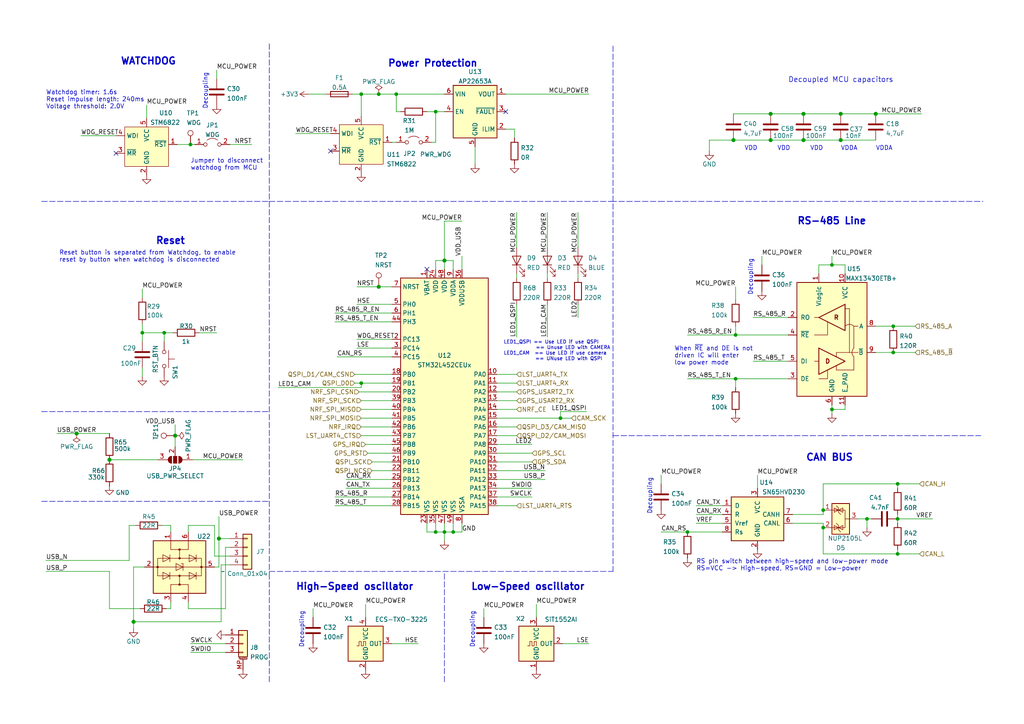
<source format=kicad_sch>
(kicad_sch (version 20211123) (generator eeschema)
  (paper "A4")
  (lib_symbols
    (symbol "Connector:TestPoint" (pin_numbers hide) (pin_names (offset 0.762) hide)
      (property "Reference" "TP" (at 0 6.858 0))
      (property "Value" "TestPoint" (at 0 5.08 0))
      (symbol "TestPoint_1_1"
        (pin passive line (at 0 0 90) (length 2.54) (name "1") (number "1"))
      )
    )
    (symbol "Connector_Generic:Conn_01x04" (pin_names (offset 1.016) hide)
      (property "Reference" "J" (at 0 5.08 0))
      (property "Value" "Conn_01x04" (at 0 -7.62 0))
      (symbol "Conn_01x04_1_1"
        (pin passive line (at -5.08 2.54 0) (length 3.81) (name "Pin_1") (number "1"))
        (pin passive line (at -5.08 0 0) (length 3.81) (name "Pin_2") (number "2"))
        (pin passive line (at -5.08 -2.54 0) (length 3.81) (name "Pin_3") (number "3"))
        (pin passive line (at -5.08 -5.08 0) (length 3.81) (name "Pin_4") (number "4"))
      )
    )
    (symbol "Connector_Generic_MountingPin:Conn_01x03_MountingPin" (pin_names (offset 1.016) hide)
      (property "Reference" "J" (at 0 5.08 0))
      (property "Value" "Conn_01x03_MountingPin" (at 1.27 -5.08 0))
      (symbol "Conn_01x03_MountingPin_1_1"
        (text "Mounting" (at 0 -4.191 0) (effects (font (size 0.381 0.381))))
        (pin passive line (at -5.08 2.54 0) (length 3.81) (name "Pin_1") (number "1"))
        (pin passive line (at -5.08 0 0) (length 3.81) (name "Pin_2") (number "2"))
        (pin passive line (at -5.08 -2.54 0) (length 3.81) (name "Pin_3") (number "3"))
        (pin passive line (at 0 -7.62 90) (length 3.048) (name "MountPin") (number "MP"))
      )
    )
    (symbol "Device:C" (pin_numbers hide) (pin_names (offset 0.254))
      (property "Reference" "C" (at 0.635 2.54 0))
      (property "Value" "C" (at 0.635 -2.54 0))
      (symbol "C_1_1"
        (pin passive line (at 0 3.81 270) (length 2.794) (name "~") (number "1"))
        (pin passive line (at 0 -3.81 90) (length 2.794) (name "~") (number "2"))
      )
    )
    (symbol "Device:Fuse" (pin_numbers hide) (pin_names (offset 0))
      (property "Reference" "F" (at 2.032 0 90))
      (property "Value" "Fuse" (at -1.905 0 90))
      (symbol "Fuse_1_1"
        (pin passive line (at 0 3.81 270) (length 1.27) (name "~") (number "1"))
        (pin passive line (at 0 -3.81 90) (length 1.27) (name "~") (number "2"))
      )
    )
    (symbol "Device:LED" (pin_numbers hide) (pin_names (offset 1.016) hide)
      (property "Reference" "D" (at 0 2.54 0))
      (property "Value" "LED" (at 0 -2.54 0))
      (symbol "LED_1_1"
        (pin passive line (at -3.81 0 0) (length 2.54) (name "K") (number "1"))
        (pin passive line (at 3.81 0 180) (length 2.54) (name "A") (number "2"))
      )
    )
    (symbol "Device:R" (pin_numbers hide) (pin_names (offset 0))
      (property "Reference" "R" (at 2.032 0 90))
      (property "Value" "R" (at 0 0 90))
      (symbol "R_1_1"
        (pin passive line (at 0 3.81 270) (length 1.27) (name "~") (number "1"))
        (pin passive line (at 0 -3.81 90) (length 1.27) (name "~") (number "2"))
      )
    )
    (symbol "Interface_CAN_LIN:SN65HVD230" (pin_names (offset 1.016))
      (property "Reference" "U" (at -2.54 10.16 0))
      (property "Value" "SN65HVD230" (at -2.54 7.62 0))
      (symbol "SN65HVD230_1_1"
        (pin input line (at -10.16 2.54 0) (length 2.54) (name "D") (number "1"))
        (pin power_in line (at 0 -10.16 90) (length 2.54) (name "GND") (number "2"))
        (pin power_in line (at 0 7.62 270) (length 2.54) (name "VCC") (number "3"))
        (pin output line (at -10.16 0 0) (length 2.54) (name "R") (number "4"))
        (pin output line (at -10.16 -2.54 0) (length 2.54) (name "Vref") (number "5"))
        (pin bidirectional line (at 10.16 -2.54 180) (length 2.54) (name "CANL") (number "6"))
        (pin bidirectional line (at 10.16 0 180) (length 2.54) (name "CANH") (number "7"))
        (pin input line (at -10.16 -5.08 0) (length 2.54) (name "Rs") (number "8"))
      )
    )
    (symbol "Jumper:Jumper_2_Open" (pin_names (offset 0) hide)
      (property "Reference" "JP" (at 0 2.794 0))
      (property "Value" "Jumper_2_Open" (at 0 -2.286 0))
      (symbol "Jumper_2_Open_1_1"
        (pin passive line (at -5.08 0 0) (length 2.54) (name "A") (number "1"))
        (pin passive line (at 5.08 0 180) (length 2.54) (name "B") (number "2"))
      )
    )
    (symbol "Jumper:SolderJumper_3_Open" (pin_names (offset 0) hide)
      (property "Reference" "JP" (at -2.54 -2.54 0))
      (property "Value" "SolderJumper_3_Open" (at 0 2.794 0))
      (symbol "SolderJumper_3_Open_1_1"
        (pin passive line (at -5.08 0 0) (length 2.54) (name "A") (number "1"))
        (pin input line (at 0 -3.81 90) (length 2.54) (name "C") (number "2"))
        (pin passive line (at 5.08 0 180) (length 2.54) (name "B") (number "3"))
      )
    )
    (symbol "MCU_ST_STM32L4:STM32L452CEUx"
      (property "Reference" "U" (at -12.7 34.29 0))
      (property "Value" "STM32L452CEUx" (at 7.62 34.29 0))
      (symbol "STM32L452CEUx_1_1"
        (pin power_in line (at -5.08 35.56 270) (length 2.54) (name "VBAT") (number "1"))
        (pin bidirectional line (at 15.24 5.08 180) (length 2.54) (name "PA0") (number "10"))
        (pin bidirectional line (at 15.24 2.54 180) (length 2.54) (name "PA1") (number "11"))
        (pin bidirectional line (at 15.24 0 180) (length 2.54) (name "PA2") (number "12"))
        (pin bidirectional line (at 15.24 -2.54 180) (length 2.54) (name "PA3") (number "13"))
        (pin bidirectional line (at 15.24 -5.08 180) (length 2.54) (name "PA4") (number "14"))
        (pin bidirectional line (at 15.24 -7.62 180) (length 2.54) (name "PA5") (number "15"))
        (pin bidirectional line (at 15.24 -10.16 180) (length 2.54) (name "PA6") (number "16"))
        (pin bidirectional line (at 15.24 -12.7 180) (length 2.54) (name "PA7") (number "17"))
        (pin bidirectional line (at -15.24 5.08 0) (length 2.54) (name "PB0") (number "18"))
        (pin bidirectional line (at -15.24 2.54 0) (length 2.54) (name "PB1") (number "19"))
        (pin bidirectional line (at -15.24 15.24 0) (length 2.54) (name "PC13") (number "2"))
        (pin bidirectional line (at -15.24 0 0) (length 2.54) (name "PB2") (number "20"))
        (pin bidirectional line (at -15.24 -20.32 0) (length 2.54) (name "PB10") (number "21"))
        (pin bidirectional line (at -15.24 -22.86 0) (length 2.54) (name "PB11") (number "22"))
        (pin power_in line (at -5.08 -38.1 90) (length 2.54) (name "VSS") (number "23"))
        (pin power_in line (at -2.54 35.56 270) (length 2.54) (name "VDD") (number "24"))
        (pin bidirectional line (at -15.24 -25.4 0) (length 2.54) (name "PB12") (number "25"))
        (pin bidirectional line (at -15.24 -27.94 0) (length 2.54) (name "PB13") (number "26"))
        (pin bidirectional line (at -15.24 -30.48 0) (length 2.54) (name "PB14") (number "27"))
        (pin bidirectional line (at -15.24 -33.02 0) (length 2.54) (name "PB15") (number "28"))
        (pin bidirectional line (at 15.24 -15.24 180) (length 2.54) (name "PA8") (number "29"))
        (pin bidirectional line (at -15.24 12.7 0) (length 2.54) (name "PC14") (number "3"))
        (pin bidirectional line (at 15.24 -17.78 180) (length 2.54) (name "PA9") (number "30"))
        (pin bidirectional line (at 15.24 -20.32 180) (length 2.54) (name "PA10") (number "31"))
        (pin bidirectional line (at 15.24 -22.86 180) (length 2.54) (name "PA11") (number "32"))
        (pin bidirectional line (at 15.24 -25.4 180) (length 2.54) (name "PA12") (number "33"))
        (pin bidirectional line (at 15.24 -27.94 180) (length 2.54) (name "PA13") (number "34"))
        (pin power_in line (at -2.54 -38.1 90) (length 2.54) (name "VSS") (number "35"))
        (pin power_in line (at 5.08 35.56 270) (length 2.54) (name "VDDUSB") (number "36"))
        (pin bidirectional line (at 15.24 -30.48 180) (length 2.54) (name "PA14") (number "37"))
        (pin bidirectional line (at 15.24 -33.02 180) (length 2.54) (name "PA15") (number "38"))
        (pin bidirectional line (at -15.24 -2.54 0) (length 2.54) (name "PB3") (number "39"))
        (pin bidirectional line (at -15.24 10.16 0) (length 2.54) (name "PC15") (number "4"))
        (pin bidirectional line (at -15.24 -5.08 0) (length 2.54) (name "PB4") (number "40"))
        (pin bidirectional line (at -15.24 -7.62 0) (length 2.54) (name "PB5") (number "41"))
        (pin bidirectional line (at -15.24 -10.16 0) (length 2.54) (name "PB6") (number "42"))
        (pin bidirectional line (at -15.24 -12.7 0) (length 2.54) (name "PB7") (number "43"))
        (pin bidirectional line (at -15.24 20.32 0) (length 2.54) (name "PH3") (number "44"))
        (pin bidirectional line (at -15.24 -15.24 0) (length 2.54) (name "PB8") (number "45"))
        (pin bidirectional line (at -15.24 -17.78 0) (length 2.54) (name "PB9") (number "46"))
        (pin power_in line (at 0 -38.1 90) (length 2.54) (name "VSS") (number "47"))
        (pin power_in line (at 0 35.56 270) (length 2.54) (name "VDD") (number "48"))
        (pin power_in line (at 2.54 -38.1 90) (length 2.54) (name "VSS") (number "49"))
        (pin input line (at -15.24 25.4 0) (length 2.54) (name "PH0") (number "5"))
        (pin input line (at -15.24 22.86 0) (length 2.54) (name "PH1") (number "6"))
        (pin input line (at -15.24 30.48 0) (length 2.54) (name "NRST") (number "7"))
        (pin power_in line (at 5.08 -38.1 90) (length 2.54) (name "VSSA") (number "8"))
        (pin power_in line (at 2.54 35.56 270) (length 2.54) (name "VDDA") (number "9"))
      )
    )
    (symbol "Power_Protection:NUP2105L" (pin_names hide)
      (property "Reference" "D" (at 5.715 2.54 0))
      (property "Value" "NUP2105L" (at 5.715 0.635 0))
      (symbol "NUP2105L_0_0"
        (pin passive line (at 0 -5.08 90) (length 2.54) (name "A") (number "3"))
      )
      (symbol "NUP2105L_1_1"
        (pin passive line (at -2.54 5.08 270) (length 2.54) (name "K") (number "1"))
        (pin passive line (at 2.54 5.08 270) (length 2.54) (name "K") (number "2"))
      )
    )
    (symbol "Power_Protection:USBLC6-2P6" (pin_names hide)
      (property "Reference" "U" (at 2.54 8.89 0))
      (property "Value" "USBLC6-2P6" (at 2.54 -8.89 0))
      (symbol "USBLC6-2P6_1_1"
        (pin passive line (at -10.16 -2.54 0) (length 2.54) (name "I/O1") (number "1"))
        (pin passive line (at 0 -10.16 90) (length 2.54) (name "GND") (number "2"))
        (pin passive line (at 10.16 -2.54 180) (length 2.54) (name "I/O2") (number "3"))
        (pin passive line (at 10.16 2.54 180) (length 2.54) (name "I/O2") (number "4"))
        (pin passive line (at 0 10.16 270) (length 2.54) (name "VBUS") (number "5"))
        (pin passive line (at -10.16 2.54 0) (length 2.54) (name "I/O1") (number "6"))
      )
    )
    (symbol "Switch:SW_Push" (pin_numbers hide) (pin_names (offset 1.016) hide)
      (property "Reference" "SW" (at 1.27 2.54 0))
      (property "Value" "SW_Push" (at 0 -1.524 0))
      (symbol "SW_Push_0_1"
        (pin passive line (at -5.08 0 0) (length 2.54) (name "1") (number "1"))
        (pin passive line (at 5.08 0 180) (length 2.54) (name "2") (number "2"))
      )
    )
    (symbol "TCY_IC:MAX13430ETB+" (pin_names (offset 1.016))
      (property "Reference" "U" (at -10.16 19.05 0))
      (property "Value" "MAX13430ETB+" (at 5.08 19.05 0))
      (symbol "MAX13430ETB+_0_0"
        (text "D" (at -1.27 -5.08 0) (effects (font (size 1.27 1.27) bold)))
        (text "R" (at 1.27 7.62 0) (effects (font (size 1.27 1.27) bold)))
      )
      (symbol "MAX13430ETB+_1_1"
        (pin power_in line (at -3.81 20.32 270) (length 2.54) (name "Vlogic") (number "1"))
        (pin power_in line (at 3.81 20.32 270) (length 2.54) (name "VCC") (number "10"))
        (pin power_in line (at 3.81 -17.78 90) (length 2.54) (name "E_PAD") (number "11"))
        (pin output line (at -12.7 7.62 0) (length 2.54) (name "RO") (number "2"))
        (pin input line (at -12.7 -10.16 0) (length 2.54) (name "DE") (number "3"))
        (pin input line (at -12.7 2.54 0) (length 2.54) (name "~{RE}") (number "4"))
        (pin input line (at -12.7 -5.08 0) (length 2.54) (name "DI") (number "5"))
        (pin power_in line (at 0 -17.78 90) (length 2.54) (name "GND") (number "6"))
        (pin no_connect line (at 10.16 1.27 180) (length 2.54) hide (name "NC") (number "7"))
        (pin input line (at 12.7 5.08 180) (length 2.54) (name "A") (number "8"))
        (pin input line (at 12.7 -2.54 180) (length 2.54) (name "~{B}") (number "9"))
      )
    )
    (symbol "TCY_IC:STM6822"
      (property "Reference" "U" (at 6.35 13.97 0))
      (property "Value" "STM6822" (at 6.35 16.51 0))
      (symbol "STM6822_1_1"
        (pin open_collector line (at 8.89 6.35 180) (length 2.54) (name "~{RST}") (number "1"))
        (pin passive line (at 0 -2.54 90) (length 2.54) (name "GND") (number "2"))
        (pin input line (at -8.89 3.81 0) (length 2.54) (name "~{MR}") (number "3"))
        (pin input line (at -8.89 8.89 0) (length 2.54) (name "WDI") (number "4"))
        (pin power_in line (at 0 13.97 270) (length 2.54) (name "VCC") (number "5"))
      )
    )
    (symbol "TCY_ocillators:ECS-TXO-3225" (pin_names (offset 0.254))
      (property "Reference" "X" (at -6.35 6.35 0))
      (property "Value" "ECS-TXO-3225" (at 1.27 6.35 0))
      (symbol "ECS-TXO-3225_1_1"
        (pin no_connect line (at -7.62 0 0) (length 2.54) hide (name "NC") (number "1"))
        (pin power_in line (at 0 -7.62 90) (length 2.54) (name "GND") (number "2"))
        (pin output line (at 7.62 0 180) (length 2.54) (name "OUT") (number "3"))
        (pin power_in line (at 0 7.62 270) (length 2.54) (name "VCC") (number "4"))
      )
    )
    (symbol "TCY_ocillators:SiT1552AI" (pin_names (offset 0.254))
      (property "Reference" "X" (at -6.35 6.35 0))
      (property "Value" "SiT1552AI" (at 1.27 6.35 0))
      (symbol "SiT1552AI_1_1"
        (pin power_in line (at 0 -7.62 90) (length 2.54) (name "GND") (number "1"))
        (pin output line (at 7.62 0 180) (length 2.54) (name "OUT") (number "2"))
        (pin power_in line (at 0 7.62 270) (length 2.54) (name "VCC") (number "3"))
        (pin power_in line (at 0 -7.62 90) (length 2.54) hide (name "GND") (number "4"))
      )
    )
    (symbol "TCY_power_management:AP22653"
      (property "Reference" "U" (at 8.89 7.62 0))
      (property "Value" "AP22653" (at 0 7.62 0))
      (symbol "AP22653_1_1"
        (pin power_out line (at 8.89 2.54 180) (length 2.54) (name "VOUT") (number "1"))
        (pin passive line (at 8.89 -7.62 180) (length 2.54) (name "ILIM") (number "2"))
        (pin output line (at 8.89 -2.54 180) (length 2.54) (name "~{FAULT}") (number "3"))
        (pin input line (at -8.89 -2.54 0) (length 2.54) (name "EN") (number "4"))
        (pin passive line (at 0 -12.7 90) (length 2.54) (name "GND") (number "5"))
        (pin power_in line (at -8.89 2.54 0) (length 2.54) (name "VIN") (number "6"))
        (pin passive line (at 0 -12.7 90) (length 2.54) hide (name "E_PAD") (number "7"))
      )
    )
    (symbol "power:+3V3" (power) (pin_names (offset 0))
      (property "Value" "+3V3" (at 0 3.556 0))
      (symbol "+3V3_1_1"
        (pin power_in line (at 0 0 90) (length 0) hide (name "+3V3") (number "1"))
      )
    )
    (symbol "power:GND" (power) (pin_names (offset 0))
      (property "Value" "GND" (at 0 -3.81 0))
      (symbol "GND_1_1"
        (pin power_in line (at 0 0 270) (length 0) hide (name "GND") (number "1"))
      )
    )
    (symbol "power:PWR_FLAG" (power) (pin_numbers hide) (pin_names (offset 0) hide)
      (property "Value" "PWR_FLAG" (at 0 3.81 0))
      (symbol "PWR_FLAG_0_0"
        (pin power_out line (at 0 0 90) (length 0) (name "pwr") (number "1"))
      )
    )
  )
  (junction (at 241.3 118.745) (diameter 0.9144))
  (junction (at 254 33.02) (diameter 1.016))
  (junction (at 38.735 180.34) (diameter 1.016))
  (junction (at 241.3 76.835) (diameter 0.9144))
  (junction (at 22.225 125.73) (diameter 1.016))
  (junction (at 260.35 150.495) (diameter 0.9144))
  (junction (at 251.46 150.495) (diameter 0.9144))
  (junction (at 238.76 153.035) (diameter 0.9144))
  (junction (at 223.52 33.02) (diameter 1.016))
  (junction (at 128.905 154.305) (diameter 0.9144))
  (junction (at 47.625 96.52) (diameter 0.9144))
  (junction (at 126.365 32.385) (diameter 0.9144))
  (junction (at 109.855 27.305) (diameter 0.9144))
  (junction (at 212.725 40.64) (diameter 1.016))
  (junction (at 126.365 154.305) (diameter 0.9144))
  (junction (at 104.775 27.305) (diameter 0.9144))
  (junction (at 260.35 160.655) (diameter 0.9144))
  (junction (at 50.8 126.365) (diameter 1.016))
  (junction (at 63.5 156.21) (diameter 1.016))
  (junction (at 243.84 33.02) (diameter 1.016))
  (junction (at 259.08 94.615) (diameter 0.9144))
  (junction (at 233.045 40.64) (diameter 1.016))
  (junction (at 233.045 33.02) (diameter 1.016))
  (junction (at 104.775 111.125))
  (junction (at 162.56 121.285))
  (junction (at 213.36 97.155) (diameter 0.9144))
  (junction (at 114.935 27.305) (diameter 0.9144))
  (junction (at 223.52 40.64) (diameter 1.016))
  (junction (at 238.76 147.955) (diameter 0.9144))
  (junction (at 31.75 133.35) (diameter 1.016))
  (junction (at 131.445 154.305) (diameter 0.9144))
  (junction (at 109.855 83.185) (diameter 1.016))
  (junction (at 260.35 140.335) (diameter 0.9144))
  (junction (at 259.08 102.235) (diameter 0.9144))
  (junction (at 55.245 41.91) (diameter 0.9144))
  (junction (at 199.39 154.305) (diameter 0.9144))
  (junction (at 243.84 40.64) (diameter 1.016))
  (junction (at 128.905 75.565) (diameter 1.016))
  (junction (at 213.36 109.855) (diameter 0.9144))
  (junction (at 41.275 96.52) (diameter 0.9144))
  (no_connect (at 95.885 43.815))
  (no_connect (at 146.685 32.385))
  (no_connect (at 33.655 44.45))
  (no_connect (at 123.825 78.105))
  (wire (pts (xy 144.145 128.905) (xy 154.305 128.905)))
  (wire (pts (xy 213.36 94.615) (xy 213.36 97.155)))
  (wire (pts (xy 47.625 96.52) (xy 50.165 96.52)))
  (wire (pts (xy 89.535 27.305) (xy 94.615 27.305)))
  (wire (pts (xy 102.87 111.125) (xy 104.775 111.125)))
  (wire (pts (xy 241.3 76.835) (xy 241.3 74.295)))
  (wire (pts (xy 260.35 140.335) (xy 238.76 140.335)))
  (polyline (pts (xy 78.105 58.42) (xy 177.165 58.42)) (stroke (width 0) (type dash)))
  (wire (pts (xy 50.8 123.19) (xy 50.8 126.365)))
  (wire (pts (xy 50.8 126.365) (xy 50.8 129.54)))
  (wire (pts (xy 103.505 88.265) (xy 113.665 88.265)))
  (wire (pts (xy 259.08 94.615) (xy 265.43 94.615)))
  (wire (pts (xy 123.825 154.305) (xy 123.825 151.765)))
  (wire (pts (xy 229.87 149.225) (xy 238.76 149.225)))
  (polyline (pts (xy 177.8 126.365) (xy 284.48 126.365)) (stroke (width 0) (type dash)))
  (polyline (pts (xy 78.105 166.37) (xy 78.105 198.12)) (stroke (width 0) (type dash)))
  (wire (pts (xy 13.335 165.735) (xy 31.75 165.735)))
  (wire (pts (xy 31.75 165.735) (xy 31.75 176.53)))
  (wire (pts (xy 260.35 159.385) (xy 260.35 160.655)))
  (wire (pts (xy 241.3 117.475) (xy 241.3 118.745)))
  (wire (pts (xy 104.775 118.745) (xy 113.665 118.745)))
  (wire (pts (xy 167.64 88.265) (xy 167.64 92.075)))
  (wire (pts (xy 104.775 116.205) (xy 113.665 116.205)))
  (wire (pts (xy 238.76 149.225) (xy 238.76 147.955)))
  (polyline (pts (xy 12.065 119.38) (xy 78.105 119.38)) (stroke (width 0) (type dash)))
  (wire (pts (xy 42.545 30.48) (xy 42.545 34.29)))
  (wire (pts (xy 201.93 151.765) (xy 209.55 151.765)))
  (wire (pts (xy 80.645 112.395) (xy 104.775 112.395)))
  (wire (pts (xy 113.665 41.275) (xy 114.935 41.275)))
  (wire (pts (xy 144.145 113.665) (xy 149.86 113.665)))
  (wire (pts (xy 31.75 176.53) (xy 40.64 176.53)))
  (polyline (pts (xy 78.105 12.7) (xy 78.105 166.37)) (stroke (width 0) (type dash)))
  (wire (pts (xy 162.56 119.38) (xy 162.56 121.285)))
  (wire (pts (xy 146.685 27.305) (xy 170.815 27.305)))
  (wire (pts (xy 199.39 154.305) (xy 209.55 154.305)))
  (wire (pts (xy 266.7 160.655) (xy 260.35 160.655)))
  (wire (pts (xy 213.36 109.855) (xy 228.6 109.855)))
  (wire (pts (xy 223.52 33.02) (xy 233.045 33.02)))
  (wire (pts (xy 233.045 33.02) (xy 243.84 33.02)))
  (wire (pts (xy 49.53 154.305) (xy 49.53 152.4)))
  (polyline (pts (xy 78.105 165.735) (xy 177.8 165.735)) (stroke (width 0) (type dash)))
  (wire (pts (xy 114.935 27.305) (xy 114.935 32.385)))
  (wire (pts (xy 213.36 97.155) (xy 228.6 97.155)))
  (wire (pts (xy 213.36 83.185) (xy 213.36 86.995)))
  (wire (pts (xy 167.64 79.375) (xy 167.64 80.645)))
  (wire (pts (xy 137.795 42.545) (xy 137.795 47.625)))
  (wire (pts (xy 126.365 32.385) (xy 128.905 32.385)))
  (wire (pts (xy 162.56 121.285) (xy 165.735 121.285)))
  (wire (pts (xy 245.11 76.835) (xy 241.3 76.835)))
  (wire (pts (xy 128.905 64.135) (xy 133.985 64.135)))
  (wire (pts (xy 66.675 41.91) (xy 73.025 41.91)))
  (wire (pts (xy 38.735 180.34) (xy 38.735 164.465)))
  (wire (pts (xy 254 33.02) (xy 267.335 33.02)))
  (wire (pts (xy 212.725 33.02) (xy 223.52 33.02)))
  (wire (pts (xy 163.195 186.69) (xy 170.815 186.69)))
  (polyline (pts (xy 12.065 145.415) (xy 78.105 145.415)) (stroke (width 0) (type dash)))
  (wire (pts (xy 104.775 121.285) (xy 113.665 121.285)))
  (wire (pts (xy 57.785 96.52) (xy 62.865 96.52)))
  (wire (pts (xy 126.365 75.565) (xy 128.905 75.565)))
  (wire (pts (xy 104.775 111.125) (xy 104.775 112.395)))
  (wire (pts (xy 245.11 118.745) (xy 241.3 118.745)))
  (wire (pts (xy 218.44 92.075) (xy 228.6 92.075)))
  (wire (pts (xy 229.87 151.765) (xy 238.76 151.765)))
  (wire (pts (xy 41.275 106.68) (xy 41.275 109.22)))
  (wire (pts (xy 54.61 174.625) (xy 54.61 176.53)))
  (wire (pts (xy 54.61 176.53) (xy 65.405 176.53)))
  (polyline (pts (xy 191.135 58.42) (xy 285.115 58.42)) (stroke (width 0) (type dash)))
  (wire (pts (xy 102.235 27.305) (xy 104.775 27.305)))
  (wire (pts (xy 109.855 83.185) (xy 113.665 83.185)))
  (wire (pts (xy 167.64 61.595) (xy 167.64 71.755)))
  (wire (pts (xy 191.77 137.795) (xy 191.77 140.335)))
  (wire (pts (xy 260.35 150.495) (xy 270.51 150.495)))
  (wire (pts (xy 254 102.235) (xy 259.08 102.235)))
  (wire (pts (xy 144.145 111.125) (xy 149.86 111.125)))
  (wire (pts (xy 131.445 154.305) (xy 133.985 154.305)))
  (wire (pts (xy 65.405 186.69) (xy 55.245 186.69)))
  (polyline (pts (xy 177.165 58.42) (xy 191.135 58.42)) (stroke (width 0) (type dash)))
  (wire (pts (xy 47.625 96.52) (xy 47.625 99.06)))
  (wire (pts (xy 113.665 133.985) (xy 107.95 133.985)))
  (wire (pts (xy 259.08 102.235) (xy 265.43 102.235)))
  (wire (pts (xy 254 94.615) (xy 259.08 94.615)))
  (wire (pts (xy 90.805 176.53) (xy 90.805 179.07)))
  (wire (pts (xy 128.905 75.565) (xy 131.445 75.565)))
  (polyline (pts (xy 12.065 58.42) (xy 78.105 58.42)) (stroke (width 0) (type dash)))
  (wire (pts (xy 248.92 150.495) (xy 251.46 150.495)))
  (wire (pts (xy 144.145 139.065) (xy 158.115 139.065)))
  (wire (pts (xy 128.905 154.305) (xy 131.445 154.305)))
  (wire (pts (xy 233.045 40.64) (xy 243.84 40.64)))
  (wire (pts (xy 243.84 40.64) (xy 254 40.64)))
  (wire (pts (xy 201.93 149.225) (xy 209.55 149.225)))
  (wire (pts (xy 38.735 164.465) (xy 41.91 164.465)))
  (wire (pts (xy 106.045 175.26) (xy 106.045 179.07)))
  (wire (pts (xy 104.775 123.825) (xy 113.665 123.825)))
  (wire (pts (xy 199.39 109.855) (xy 213.36 109.855)))
  (wire (pts (xy 106.045 128.905) (xy 113.665 128.905)))
  (wire (pts (xy 219.71 137.795) (xy 219.71 141.605)))
  (wire (pts (xy 144.145 108.585) (xy 149.86 108.585)))
  (wire (pts (xy 41.275 93.98) (xy 41.275 96.52)))
  (wire (pts (xy 128.905 154.305) (xy 126.365 154.305)))
  (wire (pts (xy 251.46 150.495) (xy 252.73 150.495)))
  (wire (pts (xy 245.11 117.475) (xy 245.11 118.745)))
  (wire (pts (xy 104.775 27.305) (xy 109.855 27.305)))
  (polyline (pts (xy 177.8 13.335) (xy 177.8 165.735)) (stroke (width 0) (type dash)))
  (wire (pts (xy 85.725 38.735) (xy 95.885 38.735)))
  (wire (pts (xy 16.51 125.73) (xy 22.225 125.73)))
  (wire (pts (xy 22.225 125.73) (xy 31.75 125.73)))
  (wire (pts (xy 238.76 151.765) (xy 238.76 153.035)))
  (wire (pts (xy 155.575 175.26) (xy 155.575 179.07)))
  (wire (pts (xy 97.155 90.805) (xy 113.665 90.805)))
  (wire (pts (xy 126.365 154.305) (xy 123.825 154.305)))
  (wire (pts (xy 13.335 162.56) (xy 37.465 162.56)))
  (wire (pts (xy 37.465 152.4) (xy 37.465 162.56)))
  (wire (pts (xy 39.37 152.4) (xy 37.465 152.4)))
  (wire (pts (xy 62.23 164.465) (xy 63.5 164.465)))
  (wire (pts (xy 63.5 149.86) (xy 63.5 156.21)))
  (wire (pts (xy 63.5 156.21) (xy 63.5 164.465)))
  (wire (pts (xy 149.86 79.375) (xy 149.86 80.645)))
  (wire (pts (xy 205.74 40.64) (xy 212.725 40.64)))
  (wire (pts (xy 205.74 43.815) (xy 205.74 40.64)))
  (wire (pts (xy 212.725 40.64) (xy 223.52 40.64)))
  (wire (pts (xy 223.52 40.64) (xy 233.045 40.64)))
  (wire (pts (xy 128.905 151.765) (xy 128.905 154.305)))
  (wire (pts (xy 146.685 37.465) (xy 149.225 37.465)))
  (wire (pts (xy 149.86 88.265) (xy 149.86 97.79)))
  (wire (pts (xy 65.405 158.75) (xy 65.405 176.53)))
  (wire (pts (xy 65.405 158.75) (xy 66.675 158.75)))
  (wire (pts (xy 97.155 144.145) (xy 113.665 144.145)))
  (wire (pts (xy 97.155 146.685) (xy 113.665 146.685)))
  (wire (pts (xy 133.985 154.305) (xy 133.985 151.765)))
  (wire (pts (xy 128.905 156.845) (xy 128.905 154.305)))
  (wire (pts (xy 243.84 33.02) (xy 254 33.02)))
  (wire (pts (xy 126.365 32.385) (xy 126.365 41.275)))
  (wire (pts (xy 133.985 74.295) (xy 133.985 78.105)))
  (wire (pts (xy 213.36 109.855) (xy 213.36 112.395)))
  (wire (pts (xy 106.68 131.445) (xy 113.665 131.445)))
  (wire (pts (xy 51.435 41.91) (xy 55.245 41.91)))
  (wire (pts (xy 144.145 141.605) (xy 154.305 141.605)))
  (wire (pts (xy 102.87 108.585) (xy 113.665 108.585)))
  (wire (pts (xy 162.56 119.38) (xy 170.18 119.38)))
  (polyline (pts (xy 128.905 166.37) (xy 128.905 198.12)) (stroke (width 0) (type dash)))
  (wire (pts (xy 41.275 96.52) (xy 47.625 96.52)))
  (wire (pts (xy 260.35 160.655) (xy 238.76 160.655)))
  (wire (pts (xy 113.665 186.69) (xy 121.285 186.69)))
  (wire (pts (xy 114.935 27.305) (xy 128.905 27.305)))
  (wire (pts (xy 97.79 103.505) (xy 113.665 103.505)))
  (wire (pts (xy 62.865 20.32) (xy 62.865 22.86)))
  (wire (pts (xy 113.665 136.525) (xy 107.95 136.525)))
  (wire (pts (xy 126.365 151.765) (xy 126.365 154.305)))
  (wire (pts (xy 238.76 140.335) (xy 238.76 147.955)))
  (wire (pts (xy 64.135 163.83) (xy 66.675 163.83)))
  (wire (pts (xy 149.86 61.595) (xy 149.86 71.755)))
  (wire (pts (xy 144.145 131.445) (xy 154.305 131.445)))
  (wire (pts (xy 128.905 64.135) (xy 128.905 75.565)))
  (wire (pts (xy 128.905 75.565) (xy 128.905 78.105)))
  (wire (pts (xy 123.825 32.385) (xy 126.365 32.385)))
  (wire (pts (xy 260.35 151.765) (xy 260.35 150.495)))
  (wire (pts (xy 104.775 111.125) (xy 113.665 111.125)))
  (wire (pts (xy 191.77 154.305) (xy 199.39 154.305)))
  (wire (pts (xy 237.49 79.375) (xy 237.49 76.835)))
  (wire (pts (xy 46.99 152.4) (xy 49.53 152.4)))
  (wire (pts (xy 104.775 33.655) (xy 104.775 27.305)))
  (wire (pts (xy 144.145 146.685) (xy 149.86 146.685)))
  (wire (pts (xy 38.735 180.34) (xy 64.135 180.34)))
  (wire (pts (xy 38.735 182.245) (xy 38.735 180.34)))
  (wire (pts (xy 126.365 78.105) (xy 126.365 75.565)))
  (wire (pts (xy 103.505 100.965) (xy 113.665 100.965)))
  (wire (pts (xy 241.3 118.745) (xy 241.3 120.015)))
  (wire (pts (xy 104.14 113.665) (xy 113.665 113.665)))
  (wire (pts (xy 64.135 163.83) (xy 64.135 180.34)))
  (wire (pts (xy 266.7 140.335) (xy 260.35 140.335)))
  (wire (pts (xy 41.275 96.52) (xy 41.275 99.06)))
  (wire (pts (xy 218.44 104.775) (xy 228.6 104.775)))
  (wire (pts (xy 23.495 39.37) (xy 33.655 39.37)))
  (wire (pts (xy 158.75 79.375) (xy 158.75 80.645)))
  (wire (pts (xy 238.76 153.035) (xy 238.76 160.655)))
  (wire (pts (xy 251.46 150.495) (xy 251.46 153.035)))
  (wire (pts (xy 260.35 149.225) (xy 260.35 150.495)))
  (wire (pts (xy 63.5 156.21) (xy 66.675 156.21)))
  (wire (pts (xy 245.11 79.375) (xy 245.11 76.835)))
  (wire (pts (xy 48.26 176.53) (xy 49.53 176.53)))
  (wire (pts (xy 49.53 174.625) (xy 49.53 176.53)))
  (wire (pts (xy 100.33 139.065) (xy 113.665 139.065)))
  (wire (pts (xy 31.75 133.35) (xy 45.72 133.35)))
  (wire (pts (xy 131.445 151.765) (xy 131.445 154.305)))
  (wire (pts (xy 144.145 123.825) (xy 149.86 123.825)))
  (wire (pts (xy 109.855 27.305) (xy 114.935 27.305)))
  (wire (pts (xy 140.335 176.53) (xy 140.335 179.07)))
  (wire (pts (xy 54.61 152.4) (xy 54.61 154.305)))
  (wire (pts (xy 62.23 152.4) (xy 54.61 152.4)))
  (wire (pts (xy 62.23 161.29) (xy 62.23 152.4)))
  (wire (pts (xy 66.675 161.29) (xy 62.23 161.29)))
  (wire (pts (xy 220.98 74.295) (xy 220.98 76.835)))
  (wire (pts (xy 149.225 37.465) (xy 149.225 40.005)))
  (wire (pts (xy 144.145 126.365) (xy 149.86 126.365)))
  (wire (pts (xy 131.445 78.105) (xy 131.445 75.565)))
  (wire (pts (xy 100.33 141.605) (xy 113.665 141.605)))
  (wire (pts (xy 144.145 133.985) (xy 154.305 133.985)))
  (wire (pts (xy 103.505 83.185) (xy 109.855 83.185)))
  (wire (pts (xy 103.505 98.425) (xy 113.665 98.425)))
  (wire (pts (xy 41.275 83.82) (xy 41.275 86.36)))
  (wire (pts (xy 55.88 133.35) (xy 70.485 133.35)))
  (wire (pts (xy 125.095 41.275) (xy 126.365 41.275)))
  (wire (pts (xy 65.405 189.23) (xy 55.245 189.23)))
  (wire (pts (xy 55.245 41.91) (xy 56.515 41.91)))
  (wire (pts (xy 158.75 61.595) (xy 158.75 71.755)))
  (wire (pts (xy 260.35 140.335) (xy 260.35 141.605)))
  (wire (pts (xy 158.75 88.265) (xy 158.75 97.79)))
  (wire (pts (xy 116.205 32.385) (xy 114.935 32.385)))
  (wire (pts (xy 237.49 76.835) (xy 241.3 76.835)))
  (wire (pts (xy 199.39 97.155) (xy 213.36 97.155)))
  (wire (pts (xy 97.155 93.345) (xy 113.665 93.345)))
  (wire (pts (xy 144.145 136.525) (xy 158.115 136.525)))
  (wire (pts (xy 201.93 146.685) (xy 209.55 146.685)))
  (wire (pts (xy 104.775 126.365) (xy 113.665 126.365)))
  (wire (pts (xy 144.145 116.205) (xy 149.86 116.205)))
  (wire (pts (xy 144.145 144.145) (xy 154.305 144.145)))
  (wire (pts (xy 144.145 121.285) (xy 162.56 121.285)))
  (wire (pts (xy 144.145 118.745) (xy 149.86 118.745)))
  (text "Watchdog timer: 1.6s\nReset impulse length: 240ms\nVoltage threshold: 2.0V" (at 13.335 31.75 0) (effects (font (size 1.27 1.27)) (justify left bottom)))
  (text "Jumper to disconnect\nwatchdog from MCU" (at 55.245 49.53 0) (effects (font (size 1.27 1.27)) (justify left bottom)))
  (text "VDDA\n" (at 254 43.815 0) (effects (font (size 1.27 1.27)) (justify left bottom)))
  (text "VDD" (at 215.9 43.815 0) (effects (font (size 1.27 1.27)) (justify left bottom)))
  (text "RS-485 Line" (at 231.14 65.405 0) (effects (font (size 2 2) (thickness 0.4) bold) (justify left bottom)))
  (text "Low-Speed oscillator" (at 136.525 171.45 0) (effects (font (size 2 2) (thickness 0.4) bold) (justify left bottom)))
  (text "Reset" (at 45.085 71.12 0) (effects (font (size 2 2) (thickness 0.4) bold) (justify left bottom)))
  (text "VDD" (at 234.95 43.815 0) (effects (font (size 1.27 1.27)) (justify left bottom)))
  (text "VDDA\n" (at 243.84 43.815 0) (effects (font (size 1.27 1.27)) (justify left bottom)))
  (text "Decoupling" (at 189.23 149.225 90) (effects (font (size 1.27 1.27)) (justify left bottom)))
  (text "Power Protection" (at 112.395 19.685 0) (effects (font (size 2 2) (thickness 0.4) bold) (justify left bottom)))
  (text "Decoupled MCU capacitors" (at 228.6 24.13 0) (effects (font (size 1.5 1.5)) (justify left bottom)))
  (text "High-Speed oscillator" (at 85.725 171.45 0) (effects (font (size 2 2) (thickness 0.4) bold) (justify left bottom)))
  (text "Decoupling" (at 88.265 187.96 90) (effects (font (size 1.27 1.27)) (justify left bottom)))
  (text "VDD" (at 225.425 43.815 0) (effects (font (size 1.27 1.27)) (justify left bottom)))
  (text "WATCHDOG" (at 34.925 19.05 0) (effects (font (size 2 2) (thickness 0.4) bold) (justify left bottom)))
  (text "Decoupling" (at 218.44 85.725 90) (effects (font (size 1.27 1.27)) (justify left bottom)))
  (text "CAN BUS" (at 233.68 133.985 0) (effects (font (size 2 2) (thickness 0.4) bold) (justify left bottom)))
  (text "When ~{RE} and DE is not\ndriven IC will enter\nlow power mode" (at 195.58 106.045 0) (effects (font (size 1.27 1.27)) (justify left bottom)))
  (text "\n\n" (at 224.155 46.355 0) (effects (font (size 1.27 1.27)) (justify left bottom)))
  (text "RS pin switch between high-speed and low-power mode\nRS=VCC -> High-speed, RS=GND = Low-power" (at 201.93 165.735 0) (effects (font (size 1.27 1.27)) (justify left bottom)))
  (text "Reset button is separated from Watchdog, to enable\nreset by button when watchdog is disconnected" (at 17.145 76.2 0) (effects (font (size 1.27 1.27)) (justify left bottom)))
  (text "Decoupling" (at 60.325 31.75 90) (effects (font (size 1.27 1.27)) (justify left bottom)))
  (text "Decoupling" (at 137.795 187.96 90) (effects (font (size 1.27 1.27)) (justify left bottom)))
  (text "\n\n" (at 266.065 45.085 0) (effects (font (size 1.27 1.27)) (justify left bottom)))
  (text "LED1_QSPI == Use LED if use QSPI\n		  == Unuse LED with CAMERA\nLED1_CAM  == Use LED if use camera\n            == UNuse LED with QSPI" (at 146.05 104.775 0) (effects (font (size 1 1)) (justify left bottom)))
  (label "MCU_POWER" (at 106.045 175.26 0))
  (label "SWCLK" (at 55.245 186.69 0))
  (label "LED2" (at 154.305 128.905 180))
  (label "MCU_POWER" (at 42.545 30.48 0))
  (label "GND" (at 133.985 154.305 0))
  (label "CAN_RX" (at 100.33 139.065 0))
  (label "MCU_POWER" (at 90.805 176.53 0))
  (label "CAN_RX" (at 201.93 149.225 0))
  (label "WDG_RESET" (at 103.505 98.425 0))
  (label "CAN_TX" (at 100.33 141.605 0))
  (label "RS_485_R_EN" (at 97.155 90.805 0))
  (label "MCU_POWER" (at 170.815 27.305 180))
  (label "NRST" (at 62.865 96.52 180))
  (label "NRST" (at 103.505 83.185 0))
  (label "SWCLK" (at 154.305 144.145 180))
  (label "MCU_POWER" (at 149.86 61.595 270))
  (label "HSE" (at 121.285 186.69 180))
  (label "VREF" (at 201.93 151.765 0))
  (label "USB_P" (at 158.115 139.065 180))
  (label "VDD_USB" (at 50.8 123.19 180))
  (label "VREF" (at 270.51 150.495 180))
  (label "CAN_TX" (at 201.93 146.685 0))
  (label "USB_N" (at 13.335 162.56 0))
  (label "MCU_POWER" (at 62.865 20.32 0))
  (label "LED1_QSPI" (at 170.18 119.38 180))
  (label "VDD_USB" (at 133.985 74.295 90))
  (label "MCU_POWER" (at 219.71 137.795 0))
  (label "NRST" (at 73.025 41.91 180))
  (label "LED2" (at 167.64 92.075 90))
  (label "WDG_RESET" (at 85.725 38.735 0))
  (label "RS_485_T" (at 218.44 104.775 0))
  (label "MCU_POWER" (at 191.77 137.795 0))
  (label "SWDIO" (at 154.305 141.605 180))
  (label "CAN_RS" (at 97.79 103.505 0))
  (label "USB_POWER" (at 16.51 125.73 0))
  (label "LSE" (at 103.505 100.965 0))
  (label "HSE" (at 103.505 88.265 0))
  (label "MCU_POWER" (at 133.985 64.135 180))
  (label "LED1_QSPI" (at 149.86 97.79 90))
  (label "WDG_RESET" (at 23.495 39.37 0))
  (label "MCU_POWER" (at 140.335 176.53 0))
  (label "RS_485_T" (at 97.155 146.685 0))
  (label "RS_485_R" (at 97.155 144.145 0))
  (label "LED1_CAM" (at 158.75 97.79 90))
  (label "MCU_POWER" (at 241.3 74.295 0))
  (label "MCU_POWER" (at 220.98 74.295 0))
  (label "MCU_POWER" (at 70.485 133.35 180))
  (label "MCU_POWER" (at 41.275 83.82 0))
  (label "RS_485_R" (at 218.44 92.075 0))
  (label "MCU_POWER" (at 267.335 33.02 180))
  (label "RS_485_T_EN" (at 97.155 93.345 0))
  (label "USB_P" (at 13.335 165.735 0))
  (label "RS_485_T_EN" (at 199.39 109.855 0))
  (label "RS_485_R_EN" (at 199.39 97.155 0))
  (label "USB_POWER" (at 63.5 149.86 0))
  (label "MCU_POWER" (at 158.75 61.595 270))
  (label "USB_N" (at 158.115 136.525 180))
  (label "LED1_CAM" (at 80.645 112.395 0))
  (label "MCU_POWER" (at 155.575 175.26 0))
  (label "MCU_POWER" (at 167.64 61.595 270))
  (label "MCU_POWER" (at 213.36 83.185 180))
  (label "LSE" (at 170.815 186.69 180))
  (label "CAN_RS" (at 191.77 154.305 0))
  (label "SWDIO" (at 55.245 189.23 0))
  (hierarchical_label "LST_UART4_RTS" (shape input) (at 149.86 146.685 0))
  (hierarchical_label "RS_485_~{B}" (shape input) (at 265.43 102.235 0))
  (hierarchical_label "NRF_SPI_MOSI" (shape input) (at 104.775 121.285 180))
  (hierarchical_label "GPS_IRQ" (shape input) (at 106.045 128.905 180))
  (hierarchical_label "GPS_USART2_RX" (shape input) (at 149.86 116.205 0))
  (hierarchical_label "GPS_SCL" (shape input) (at 154.305 131.445 0))
  (hierarchical_label "RS_485_A" (shape input) (at 265.43 94.615 0))
  (hierarchical_label "CAN_L" (shape input) (at 266.7 160.655 0))
  (hierarchical_label "QSPI_SCK" (shape input) (at 107.95 133.985 180))
  (hierarchical_label "GPS_SDA" (shape input) (at 154.305 133.985 0))
  (hierarchical_label "QSPI_NCS" (shape input) (at 107.95 136.525 180))
  (hierarchical_label "NRF_SPI_CSN" (shape input) (at 104.14 113.665 180))
  (hierarchical_label "NRF_CE" (shape input) (at 149.86 118.745 0))
  (hierarchical_label "NRF_SPI_MISO" (shape input) (at 104.775 118.745 180))
  (hierarchical_label "CAN_H" (shape input) (at 266.7 140.335 0))
  (hierarchical_label "LST_UART4_RX" (shape input) (at 149.86 111.125 0))
  (hierarchical_label "LST_UART4_CTS" (shape input) (at 104.775 126.365 180))
  (hierarchical_label "LST_UART4_TX" (shape input) (at 149.86 108.585 0))
  (hierarchical_label "NRF_IRQ" (shape input) (at 104.775 123.825 180))
  (hierarchical_label "QSPI_D1{slash}CAM_CSN" (shape input) (at 102.87 108.585 180))
  (hierarchical_label "QSPI_D2{slash}CAM_MOSI" (shape input) (at 149.86 126.365 0))
  (hierarchical_label "QSPI_D3{slash}CAM_MISO" (shape input) (at 149.86 123.825 0))
  (hierarchical_label "NRF_SPI_SCK" (shape input) (at 104.775 116.205 180))
  (hierarchical_label "GPS_RST" (shape input) (at 106.68 131.445 180))
  (hierarchical_label "CAM_SCK" (shape input) (at 165.735 121.285 0))
  (hierarchical_label "QSPI_D0" (shape input) (at 102.87 111.125 180))
  (hierarchical_label "GPS_USART2_TX" (shape input) (at 149.86 113.665 0))
  (symbol (lib_id "TCY_IC:STM6822") (at 42.545 48.26 0) (unit 1)
    (property "Reference" "U10" (at 46.1011 32.7465 0) (effects (justify left)))
    (property "Value" "STM6822" (at 43.5611 35.5216 0) (effects (justify left)))
    (property "Footprint" "Package_TO_SOT_SMD:SOT-23-5" (effects hide))
    (property "Datasheet" "https://www.st.com/resource/en/datasheet/stm6321.pdf" (effects hide))
  )
  (symbol (lib_id "Device:C") (at 41.275 102.87 0) (unit 1)
    (property "Reference" "C29" (at 35.56 100.965 0) (effects (justify left)))
    (property "Value" "100nF" (at 34.925 105.41 0) (effects (justify left)))
    (property "Footprint" "Capacitor_SMD:C_0603_1608Metric" (effects hide))
  )
  (symbol (lib_id "power:GND") (at 42.545 50.8 0) (unit 1)
    (property "Reference" "#PWR0125" (effects hide))
    (property "Value" "GND" (effects hide))
  )
  (symbol (lib_id "power:+3V3") (at 89.535 27.305 90) (unit 1)
    (property "Reference" "#PWR0157" (effects hide))
    (property "Value" "+3V3" (at 81.28 27.3049 90) (effects (justify right)))
  )
  (symbol (lib_id "power:GND") (at 106.045 194.31 0) (unit 1)
    (property "Reference" "#PWR0135" (effects hide))
    (property "Value" "GND" (effects hide))
  )
  (symbol (lib_id "power:GND") (at 47.625 109.22 0) (unit 1)
    (property "Reference" "#PWR0128" (effects hide))
    (property "Value" "GND" (effects hide))
  )
  (symbol (lib_id "Device:R") (at 260.35 155.575 0) (unit 1)
    (property "Reference" "R42" (at 262.1281 154.6665 0) (effects (justify left)))
    (property "Value" "60R" (at 262.1281 157.4416 0) (effects (justify left)))
    (property "Footprint" "Resistor_SMD:R_0603_1608Metric" (effects hide))
  )
  (symbol (lib_id "Device:C") (at 140.335 182.88 0) (unit 1)
    (property "Reference" "C33" (at 143.2561 181.9715 0) (effects (justify left)))
    (property "Value" "100nF" (at 143.2561 184.7466 0) (effects (justify left)))
    (property "Footprint" "Capacitor_SMD:C_0603_1608Metric" (effects hide))
  )
  (symbol (lib_id "Connector:TestPoint") (at 109.855 83.185 0) (unit 1)
    (property "Reference" "TP2" (at 108.7121 74.085 0) (effects (justify left)))
    (property "Value" "NRST" (at 108.7121 76.8601 0) (effects (justify left)))
    (property "Footprint" "TCY_Connector:TestPoint_Pad_D0.5mm" (effects hide))
  )
  (symbol (lib_id "Jumper:SolderJumper_3_Open") (at 50.8 133.35 180) (unit 1)
    (property "Reference" "JP4" (at 50.8 135.89 0))
    (property "Value" "USB_PWR_SELECT" (at 50.8 138.049 0))
    (property "Footprint" "Jumper:SolderJumper-3_P1.3mm_Open_RoundedPad1.0x1.5mm" (effects hide))
  )
  (symbol (lib_id "power:GND") (at 41.275 109.22 0) (unit 1)
    (property "Reference" "#PWR0127" (effects hide))
    (property "Value" "GND" (effects hide))
  )
  (symbol (lib_id "Device:C") (at 243.84 36.83 0) (unit 1)
    (property "Reference" "C37" (at 246.38 37.4649 0) (effects (justify left)))
    (property "Value" "10nF" (at 245.11 39.3699 0) (effects (justify left)))
    (property "Footprint" "Capacitor_SMD:C_0603_1608Metric" (effects hide))
  )
  (symbol (lib_id "Device:C") (at 191.77 144.145 0) (unit 1)
    (property "Reference" "C34" (at 194.6911 143.2365 0) (effects (justify left)))
    (property "Value" "100nF" (at 194.6911 146.0116 0) (effects (justify left)))
    (property "Footprint" "Capacitor_SMD:C_0603_1608Metric" (effects hide))
  )
  (symbol (lib_id "Power_Protection:USBLC6-2P6") (at 52.07 164.465 270) (unit 1)
    (property "Reference" "U22" (at 57.15 155.5749 90) (effects (justify left)))
    (property "Value" "~" (at 64.135 165.7349 90) (effects (justify left)))
    (property "Footprint" "Package_TO_SOT_SMD:SOT-23-6" (effects hide))
    (property "Datasheet" "https://www.st.com/resource/en/datasheet/usblc6-2.pdf" (effects hide))
  )
  (symbol (lib_id "power:GND") (at 38.735 182.245 0) (unit 1)
    (property "Reference" "#PWR0141" (effects hide))
    (property "Value" "GND" (at 38.735 186.055 0))
  )
  (symbol (lib_id "Device:C") (at 220.98 80.645 0) (unit 1)
    (property "Reference" "C36" (at 223.9011 79.7365 0) (effects (justify left)))
    (property "Value" "100nF" (at 223.9011 82.5116 0) (effects (justify left)))
    (property "Footprint" "Capacitor_SMD:C_0603_1608Metric" (effects hide))
  )
  (symbol (lib_id "Device:Fuse") (at 98.425 27.305 90) (unit 1)
    (property "Reference" "F1" (at 98.425 22.5764 90))
    (property "Value" "0.5A" (at 98.425 25.3515 90))
    (property "Footprint" "Fuse:Fuse_0805_2012Metric" (effects hide))
  )
  (symbol (lib_id "Device:R") (at 44.45 176.53 90) (unit 1)
    (property "Reference" "R46" (at 44.45 174.625 90))
    (property "Value" "22R" (at 44.45 176.53 90))
    (property "Footprint" "Resistor_SMD:R_0603_1608Metric" (effects hide))
  )
  (symbol (lib_id "power:PWR_FLAG") (at 22.225 125.73 180) (unit 1)
    (property "Reference" "#FLG0103" (effects hide))
    (property "Value" "PWR_FLAG" (at 22.225 129.54 0))
  )
  (symbol (lib_id "power:GND") (at 251.46 153.035 0) (unit 1)
    (property "Reference" "#PWR0123" (effects hide))
    (property "Value" "GND" (effects hide))
  )
  (symbol (lib_id "Device:C") (at 62.865 26.67 0) (unit 1)
    (property "Reference" "C30" (at 65.7861 25.7615 0) (effects (justify left)))
    (property "Value" "100nF" (at 65.7861 28.5366 0) (effects (justify left)))
    (property "Footprint" "Capacitor_SMD:C_0603_1608Metric" (effects hide))
  )
  (symbol (lib_id "power:GND") (at 205.74 43.815 0) (unit 1)
    (property "Reference" "#PWR0116" (effects hide))
    (property "Value" "GND" (at 205.74 47.625 0))
  )
  (symbol (lib_id "Device:R") (at 260.35 145.415 0) (unit 1)
    (property "Reference" "R41" (at 262.1281 144.5065 0) (effects (justify left)))
    (property "Value" "60R" (at 262.1281 147.2816 0) (effects (justify left)))
    (property "Footprint" "Resistor_SMD:R_0603_1608Metric" (effects hide))
  )
  (symbol (lib_id "power:GND") (at 70.485 194.31 0) (unit 1)
    (property "Reference" "#PWR0131" (effects hide))
    (property "Value" "GND" (effects hide))
  )
  (symbol (lib_id "power:GND") (at 31.75 140.97 0) (unit 1)
    (property "Reference" "#PWR0134" (effects hide))
    (property "Value" "GND" (at 35.56 142.875 0))
  )
  (symbol (lib_id "Device:R") (at 31.75 129.54 0) (unit 1)
    (property "Reference" "R65" (at 34.925 128.27 0))
    (property "Value" "500k" (at 35.56 130.175 0))
    (property "Footprint" "Inductor_SMD:L_0603_1608Metric" (effects hide))
  )
  (symbol (lib_id "power:GND") (at 137.795 47.625 0) (unit 1)
    (property "Reference" "#PWR0139" (effects hide))
    (property "Value" "GND" (effects hide))
  )
  (symbol (lib_id "Connector_Generic_MountingPin:Conn_01x03_MountingPin") (at 70.485 186.69 0) (unit 1)
    (property "Reference" "J8" (at 72.5171 187.8135 0) (effects (justify left)))
    (property "Value" "PROG" (at 72.5171 190.5886 0) (effects (justify left)))
    (property "Footprint" "TCY_Connector:Amphenol 10114826-10103LF 1x03 Vertical" (effects hide))
  )
  (symbol (lib_id "Device:R") (at 213.36 90.805 0) (unit 1)
    (property "Reference" "R38" (at 206.2481 88.6265 0) (effects (justify left)))
    (property "Value" "100k" (at 206.2481 91.4016 0) (effects (justify left)))
    (property "Footprint" "Resistor_SMD:R_0603_1608Metric" (effects hide))
  )
  (symbol (lib_id "power:GND") (at 199.39 161.925 0) (unit 1)
    (property "Reference" "#PWR0119" (effects hide))
    (property "Value" "GND" (effects hide))
  )
  (symbol (lib_id "Device:C") (at 212.725 36.83 0) (unit 1)
    (property "Reference" "C40" (at 215.6461 35.9215 0) (effects (justify left)))
    (property "Value" "4,7uF" (at 215.6461 38.6966 0) (effects (justify left)))
    (property "Footprint" "Capacitor_SMD:C_0805_2012Metric_Pad1.18x1.45mm_HandSolder" (effects hide))
  )
  (symbol (lib_id "power:GND") (at 62.865 30.48 0) (unit 1)
    (property "Reference" "#PWR0126" (effects hide))
    (property "Value" "GND" (effects hide))
  )
  (symbol (lib_id "power:GND") (at 213.36 120.015 0) (unit 1)
    (property "Reference" "#PWR0120" (effects hide))
    (property "Value" "GND" (effects hide))
  )
  (symbol (lib_id "Device:R") (at 259.08 98.425 0) (unit 1)
    (property "Reference" "R40" (at 260.8581 97.5165 0) (effects (justify left)))
    (property "Value" "120R" (at 260.8581 100.2916 0) (effects (justify left)))
    (property "Footprint" "Resistor_SMD:R_0603_1608Metric" (effects hide))
  )
  (symbol (lib_id "power:GND") (at 155.575 194.31 0) (unit 1)
    (property "Reference" "#PWR0129" (effects hide))
    (property "Value" "GND" (effects hide))
  )
  (symbol (lib_id "TCY_power_management:AP22653") (at 137.795 29.845 0) (unit 1)
    (property "Reference" "U13" (at 137.795 20.7984 0))
    (property "Value" "AP22653A" (at 137.795 23.5735 0))
    (property "Footprint" "Package_DFN_QFN:DFN-6-1EP_2x2mm_P0.65mm_EP1x1.6mm" (effects hide))
    (property "Datasheet" "https://www.diodes.com/assets/Datasheets/AP22652_53_52A_53A.pdf" (effects hide))
  )
  (symbol (lib_id "Device:LED") (at 149.86 75.565 90) (unit 1)
    (property "Reference" "D9" (at 152.7811 74.847 90) (effects (justify right)))
    (property "Value" "RED" (at 152.7811 77.6221 90) (effects (justify right)))
    (property "Footprint" "LED_SMD:LED_0603_1608Metric_Pad1.05x0.95mm_HandSolder" (effects hide))
  )
  (symbol (lib_id "power:GND") (at 140.335 186.69 0) (unit 1)
    (property "Reference" "#PWR0130" (effects hide))
    (property "Value" "GND" (effects hide))
  )
  (symbol (lib_id "Device:LED") (at 167.64 75.565 90) (unit 1)
    (property "Reference" "D4" (at 170.5611 74.847 90) (effects (justify right)))
    (property "Value" "BLUE" (at 170.5611 77.6221 90) (effects (justify right)))
    (property "Footprint" "LED_SMD:LED_0603_1608Metric_Pad1.05x0.95mm_HandSolder" (effects hide))
  )
  (symbol (lib_id "Device:R") (at 167.64 84.455 0) (unit 1)
    (property "Reference" "R34" (at 169.4181 83.5465 0) (effects (justify left)))
    (property "Value" "220R" (at 169.4181 86.3216 0) (effects (justify left)))
    (property "Footprint" "Resistor_SMD:R_0603_1608Metric" (effects hide))
  )
  (symbol (lib_id "power:GND") (at 104.775 50.165 0) (unit 1)
    (property "Reference" "#PWR0137" (effects hide))
    (property "Value" "GND" (effects hide))
  )
  (symbol (lib_id "Device:R") (at 213.36 116.205 0) (unit 1)
    (property "Reference" "R39" (at 206.2481 115.2965 0) (effects (justify left)))
    (property "Value" "100k" (at 206.2481 118.0716 0) (effects (justify left)))
    (property "Footprint" "Resistor_SMD:R_0603_1608Metric" (effects hide))
  )
  (symbol (lib_id "power:GND") (at 219.71 159.385 0) (unit 1)
    (property "Reference" "#PWR0118" (effects hide))
    (property "Value" "GND" (effects hide))
  )
  (symbol (lib_id "Device:R") (at 31.75 137.16 0) (unit 1)
    (property "Reference" "R66" (at 28.575 136.525 0))
    (property "Value" "330k" (at 27.94 138.43 0))
    (property "Footprint" "Resistor_SMD:R_0603_1608Metric" (effects hide))
  )
  (symbol (lib_id "Connector_Generic:Conn_01x04") (at 71.755 158.75 0) (unit 1)
    (property "Reference" "J7" (at 74.295 160.0199 0) (effects (justify left)))
    (property "Value" "Conn_01x04" (at 71.755 166.37 0))
    (property "Footprint" "Connector_PinSocket_1.27mm:PinSocket_1x04_P1.27mm_Vertical" (effects hide))
  )
  (symbol (lib_id "Device:R") (at 53.975 96.52 270) (unit 1)
    (property "Reference" "R30" (at 52.07 94.615 90) (effects (justify left)))
    (property "Value" "1k" (at 52.705 99.06 90) (effects (justify left)))
    (property "Footprint" "Resistor_SMD:R_0603_1608Metric" (effects hide))
  )
  (symbol (lib_id "TCY_ocillators:SiT1552AI") (at 155.575 186.69 0) (unit 1)
    (property "Reference" "X2" (at 152.273 179.4315 0) (effects (justify right)))
    (property "Value" "SiT1552AI" (at 167.513 179.6666 0) (effects (justify right)))
    (property "Footprint" "TCY_Oscillators:CSP-4_1.5x0.8mm" (effects hide))
    (property "Datasheet" "https://www.sitime.com/datasheet/SiT1552" (effects hide))
  )
  (symbol (lib_id "Device:C") (at 233.045 36.83 0) (unit 1)
    (property "Reference" "C59" (at 235.9661 37.309 0) (effects (justify left)))
    (property "Value" "100nF" (at 233.68 39.37 0) (effects (justify left)))
    (property "Footprint" "Capacitor_SMD:C_0603_1608Metric" (effects hide))
  )
  (symbol (lib_id "power:GND") (at 191.77 147.955 0) (unit 1)
    (property "Reference" "#PWR0121" (effects hide))
    (property "Value" "GND" (effects hide))
  )
  (symbol (lib_id "Connector:TestPoint") (at 50.8 126.365 90) (unit 1)
    (property "Reference" "TP11" (at 45.1484 127.635 0) (effects (justify left)))
    (property "Value" "~" (at 45.72 126.365 0))
    (property "Footprint" "TCY_Connector:TestPoint_Pad_D0.5mm" (effects hide))
  )
  (symbol (lib_id "Interface_CAN_LIN:SN65HVD230") (at 219.71 149.225 0) (unit 1)
    (property "Reference" "U14" (at 222.25 139.9244 0))
    (property "Value" "SN65HVD230" (at 227.33 142.6995 0))
    (property "Footprint" "Package_SO:SOIC-8_3.9x4.9mm_P1.27mm" (effects hide))
    (property "Datasheet" "http://www.ti.com/lit/ds/symlink/sn65hvd230.pdf" (effects hide))
  )
  (symbol (lib_id "TCY_IC:MAX13430ETB+") (at 241.3 99.695 0) (unit 1)
    (property "Reference" "U15" (at 247.65 77.9686 0))
    (property "Value" "MAX13430ETB+" (at 252.73 80.7437 0))
    (property "Footprint" "Package_DFN_QFN:DFN-10-1EP_3x3mm_P0.5mm_EP1.55x2.48mm" (effects hide))
    (property "Datasheet" "https://datasheets.maximintegrated.com/en/ds/MAX13430E-MAX13433E.pdf" (effects hide))
  )
  (symbol (lib_id "power:GND") (at 149.225 47.625 0) (unit 1)
    (property "Reference" "#PWR0124" (effects hide))
    (property "Value" "GND" (effects hide))
  )
  (symbol (lib_id "Connector:TestPoint") (at 55.245 41.91 0) (unit 1)
    (property "Reference" "TP1" (at 54.1021 32.81 0) (effects (justify left)))
    (property "Value" "WDG" (at 54.1021 35.5851 0) (effects (justify left)))
    (property "Footprint" "TCY_Connector:TestPoint_Pad_D0.5mm" (effects hide))
  )
  (symbol (lib_id "power:GND") (at 220.98 84.455 0) (unit 1)
    (property "Reference" "#PWR0117" (effects hide))
    (property "Value" "GND" (effects hide))
  )
  (symbol (lib_id "Device:R") (at 199.39 158.115 0) (unit 1)
    (property "Reference" "R35" (at 192.2781 157.2065 0) (effects (justify left)))
    (property "Value" "100k" (at 192.2781 159.9816 0) (effects (justify left)))
    (property "Footprint" "Resistor_SMD:R_0603_1608Metric" (effects hide))
  )
  (symbol (lib_id "power:GND") (at 65.405 184.15 270) (unit 1)
    (property "Reference" "#PWR0132" (effects hide))
    (property "Value" "GND" (effects hide))
  )
  (symbol (lib_id "Device:C") (at 256.54 150.495 90) (unit 1)
    (property "Reference" "C41" (at 254 144.3694 90))
    (property "Value" "4.7nF" (at 255.27 147.1445 90))
    (property "Footprint" "Capacitor_SMD:C_0603_1608Metric" (effects hide))
  )
  (symbol (lib_id "Device:R") (at 149.86 84.455 0) (unit 1)
    (property "Reference" "R68" (at 151.6381 83.5465 0) (effects (justify left)))
    (property "Value" "220R" (at 151.6381 86.3216 0) (effects (justify left)))
    (property "Footprint" "Resistor_SMD:R_0603_1608Metric" (effects hide))
  )
  (symbol (lib_id "Device:C") (at 223.52 36.83 0) (unit 1)
    (property "Reference" "C58" (at 226.4411 37.309 0) (effects (justify left)))
    (property "Value" "100nF" (at 224.155 39.37 0) (effects (justify left)))
    (property "Footprint" "Capacitor_SMD:C_0603_1608Metric" (effects hide))
  )
  (symbol (lib_id "Device:R") (at 149.225 43.815 0) (unit 1)
    (property "Reference" "R32" (at 151.0031 42.9065 0) (effects (justify left)))
    (property "Value" "0R" (at 151.0031 45.6816 0) (effects (justify left)))
    (property "Footprint" "Resistor_SMD:R_0603_1608Metric" (effects hide))
  )
  (symbol (lib_id "Device:LED") (at 158.75 75.565 90) (unit 1)
    (property "Reference" "D3" (at 161.6711 74.847 90) (effects (justify right)))
    (property "Value" "RED" (at 161.6711 77.6221 90) (effects (justify right)))
    (property "Footprint" "LED_SMD:LED_0603_1608Metric_Pad1.05x0.95mm_HandSolder" (effects hide))
  )
  (symbol (lib_id "Jumper:Jumper_2_Open") (at 61.595 41.91 0) (unit 1)
    (property "Reference" "JP1" (at 61.595 36.2924 0))
    (property "Value" "WDG" (at 61.595 39.0675 0))
    (property "Footprint" "Jumper:SolderJumper-2_P1.3mm_Open_RoundedPad1.0x1.5mm" (effects hide))
  )
  (symbol (lib_id "power:GND") (at 241.3 120.015 0) (unit 1)
    (property "Reference" "#PWR0122" (effects hide))
    (property "Value" "GND" (effects hide))
  )
  (symbol (lib_id "TCY_IC:STM6822") (at 104.775 47.625 0) (unit 1)
    (property "Reference" "U11" (at 112.1411 44.8115 0) (effects (justify left)))
    (property "Value" "STM6822" (at 112.1411 47.5866 0) (effects (justify left)))
    (property "Footprint" "Package_TO_SOT_SMD:SOT-23-5" (effects hide))
    (property "Datasheet" "https://www.st.com/resource/en/datasheet/stm6321.pdf" (effects hide))
  )
  (symbol (lib_id "power:GND") (at 128.905 156.845 0) (unit 1)
    (property "Reference" "#PWR0138" (effects hide))
    (property "Value" "GND" (effects hide))
  )
  (symbol (lib_id "Device:R") (at 158.75 84.455 0) (unit 1)
    (property "Reference" "R33" (at 160.5281 83.5465 0) (effects (justify left)))
    (property "Value" "220R" (at 160.5281 86.3216 0) (effects (justify left)))
    (property "Footprint" "Resistor_SMD:R_0603_1608Metric" (effects hide))
  )
  (symbol (lib_id "Device:R") (at 43.18 152.4 270) (unit 1)
    (property "Reference" "R45" (at 43.18 149.86 90))
    (property "Value" "22R" (at 43.18 152.4 90))
    (property "Footprint" "Resistor_SMD:R_0603_1608Metric" (effects hide))
  )
  (symbol (lib_id "Device:R") (at 120.015 32.385 90) (unit 1)
    (property "Reference" "R31" (at 118.745 35.0224 90))
    (property "Value" "1M" (at 118.745 37.7975 90))
    (property "Footprint" "Resistor_SMD:R_0603_1608Metric" (effects hide))
  )
  (symbol (lib_id "MCU_ST_STM32L4:STM32L452CEUx") (at 128.905 113.665 0) (unit 1)
    (property "Reference" "U12" (at 128.905 103.0944 0))
    (property "Value" "STM32L452CEUx" (at 128.905 105.8695 0))
    (property "Footprint" "Package_DFN_QFN:QFN-48-1EP_7x7mm_P0.5mm_EP5.6x5.6mm" (effects hide))
    (property "Datasheet" "http://www.st.com/st-web-ui/static/active/en/resource/technical/document/datasheet/DM00340549.pdf" (effects hide))
  )
  (symbol (lib_id "Device:C") (at 90.805 182.88 0) (unit 1)
    (property "Reference" "C32" (at 93.7261 181.9715 0) (effects (justify left)))
    (property "Value" "100nF" (at 93.7261 184.7466 0) (effects (justify left)))
    (property "Footprint" "Capacitor_SMD:C_0603_1608Metric" (effects hide))
  )
  (symbol (lib_id "Device:C") (at 254 36.83 0) (unit 1)
    (property "Reference" "C18" (at 256.9211 35.9215 0) (effects (justify left)))
    (property "Value" "4,7uF" (at 256.9211 38.6966 0) (effects (justify left)))
    (property "Footprint" "Capacitor_SMD:C_0805_2012Metric_Pad1.18x1.45mm_HandSolder" (effects hide))
  )
  (symbol (lib_id "Device:R") (at 41.275 90.17 0) (unit 1)
    (property "Reference" "R29" (at 42.545 88.9 0) (effects (justify left)))
    (property "Value" "100k" (at 42.545 91.44 0) (effects (justify left)))
    (property "Footprint" "Resistor_SMD:R_0603_1608Metric" (effects hide))
  )
  (symbol (lib_id "power:GND") (at 90.805 186.69 0) (unit 1)
    (property "Reference" "#PWR0133" (effects hide))
    (property "Value" "GND" (effects hide))
  )
  (symbol (lib_id "Jumper:Jumper_2_Open") (at 120.015 41.275 0) (unit 1)
    (property "Reference" "JP2" (at 118.745 44.5474 0))
    (property "Value" "PWR_WDG" (at 126.365 44.7825 0))
    (property "Footprint" "Jumper:SolderJumper-2_P1.3mm_Open_RoundedPad1.0x1.5mm" (effects hide))
  )
  (symbol (lib_id "power:PWR_FLAG") (at 109.855 27.305 0) (unit 1)
    (property "Reference" "#FLG0101" (effects hide))
    (property "Value" "PWR_FLAG" (at 109.855 23.7004 0))
  )
  (symbol (lib_id "Power_Protection:NUP2105L") (at 243.84 150.495 90) (mirror x) (unit 1)
    (property "Reference" "D5" (at 243.84 158.9066 90))
    (property "Value" "NUP2105L" (at 245.11 156.1315 90))
    (property "Footprint" "Package_TO_SOT_SMD:SOT-23" (effects hide))
    (property "Datasheet" "http://www.onsemi.com/pub_link/Collateral/NUP2105L-D.PDF" (effects hide))
  )
  (symbol (lib_id "Switch:SW_Push") (at 47.625 104.14 270) (unit 1)
    (property "Reference" "SW1" (at 50.8 107.95 0))
    (property "Value" "RST_BTN" (at 45.085 104.14 0))
    (property "Footprint" "TCY_Buttons:KMT031NGJLHS" (effects hide))
  )
  (symbol (lib_id "TCY_ocillators:ECS-TXO-3225") (at 106.045 186.69 0) (unit 1)
    (property "Reference" "X1" (at 102.4889 179.4315 0) (effects (justify right)))
    (property "Value" "ECS-TXO-3225" (at 124.0789 179.6666 0) (effects (justify right)))
    (property "Footprint" "TCY_Oscillators:ECS-TXO-3225" (effects hide))
    (property "Datasheet" "https://ecsxtal.com/store/pdf/ECS-TXO-3225.pdf" (effects hide))
  )
  (symbol (lib_id "power:PWR_FLAG") (at 50.8 126.365 270) (unit 1)
    (property "Reference" "#FLG07" (effects hide))
    (property "Value" "PWR_FLAG" (at 54.61 126.365 0))
  )
)
</source>
